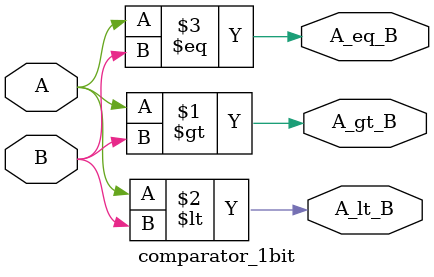
<source format=v>
module comparator_1bit (
    input wire A,       // First 1-bit input
    input wire B,       // Second 1-bit input
    output wire A_gt_B, // A > B
    output wire A_lt_B, // A < B
    output wire A_eq_B  // A == B
);

    assign A_gt_B = (A > B);
    assign A_lt_B = (A < B);
    assign A_eq_B = (A == B);

endmodule

</source>
